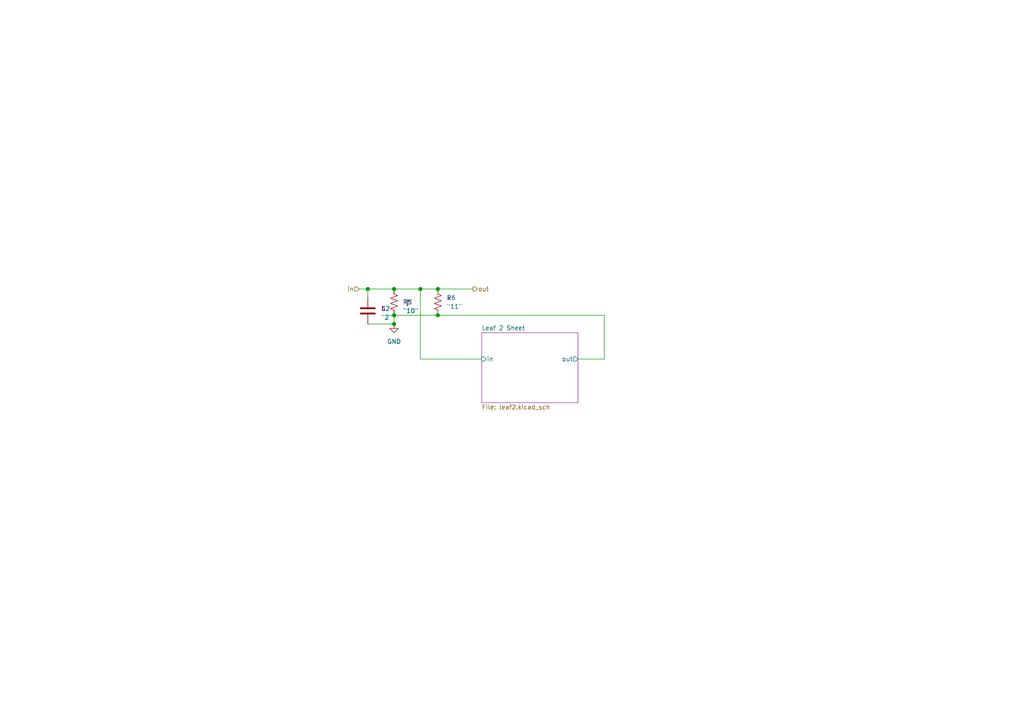
<source format=kicad_sch>
(kicad_sch (version 20210621) (generator eeschema)
  (paper "A4")
  (lib_symbols
    (symbol "Device:C" (pin_numbers hide) (pin_names (offset 0.254))
      (property "Reference" "C" (at 0.635 2.54 0))
      (property "Value" "C" (at 0.635 -2.54 0))
      (symbol "C_0_1"
        (polyline (pts (xy -2.032 -0.762) (xy 2.032 -0.762)) (stroke (width 0.508)))
        (polyline (pts (xy -2.032 0.762) (xy 2.032 0.762)) (stroke (width 0.508)))
      )
      (symbol "C_1_1"
        (pin passive line (at 0 3.81 270) (length 2.794) (name "~") (number "1"))
        (pin passive line (at 0 -3.81 90) (length 2.794) (name "~") (number "2"))
      )
    )
    (symbol "Device:R_US" (pin_numbers hide) (pin_names (offset 0))
      (property "Reference" "R" (at 2.54 0 90))
      (property "Value" "R_US" (at -2.54 0 90))
      (symbol "R_US_0_1"
        (polyline (pts (xy 0 -2.286) (xy 0 -2.54)))
        (polyline (pts (xy 0 2.286) (xy 0 2.54)))
        (polyline (pts (xy 0 -0.762) (xy 1.016 -1.143) (xy 0 -1.524) (xy -1.016 -1.905) (xy 0 -2.286)))
        (polyline (pts (xy 0 0.762) (xy 1.016 0.381) (xy 0 0) (xy -1.016 -0.381) (xy 0 -0.762)))
        (polyline (pts (xy 0 2.286) (xy 1.016 1.905) (xy 0 1.524) (xy -1.016 1.143) (xy 0 0.762)))
      )
      (symbol "R_US_1_1"
        (pin passive line (at 0 3.81 270) (length 1.27) (name "~") (number "1"))
        (pin passive line (at 0 -3.81 90) (length 1.27) (name "~") (number "2"))
      )
    )
    (symbol "power:GND" (power) (pin_names (offset 0))
      (property "Value" "GND" (at 0 -3.81 0))
      (symbol "GND_0_1"
        (polyline (pts (xy 0 0) (xy 0 -1.27) (xy 1.27 -1.27) (xy 0 -2.54) (xy -1.27 -1.27) (xy 0 -1.27)))
      )
      (symbol "GND_1_1"
        (pin power_in line (at 0 0 270) (length 0) hide (name "GND") (number "1"))
      )
    )
  )
  (junction (at 106.68 83.82) (diameter 1.016))
  (junction (at 114.3 83.82) (diameter 1.016))
  (junction (at 114.3 91.44) (diameter 1.016))
  (junction (at 114.3 93.98) (diameter 1.016))
  (junction (at 121.92 83.82) (diameter 1.016))
  (junction (at 127 83.82) (diameter 1.016))
  (junction (at 127 91.44) (diameter 1.016))
  (wire (pts (xy 104.14 83.82) (xy 106.68 83.82)))
  (wire (pts (xy 106.68 83.82) (xy 106.68 86.36)))
  (wire (pts (xy 106.68 83.82) (xy 114.3 83.82)))
  (wire (pts (xy 106.68 93.98) (xy 114.3 93.98)))
  (wire (pts (xy 114.3 83.82) (xy 121.92 83.82)))
  (wire (pts (xy 114.3 91.44) (xy 114.3 93.98)))
  (wire (pts (xy 114.3 91.44) (xy 127 91.44)))
  (wire (pts (xy 121.92 83.82) (xy 121.92 104.14)))
  (wire (pts (xy 121.92 83.82) (xy 127 83.82)))
  (wire (pts (xy 121.92 104.14) (xy 139.7 104.14)))
  (wire (pts (xy 127 83.82) (xy 137.16 83.82)))
  (wire (pts (xy 127 91.44) (xy 175.26 91.44)))
  (wire (pts (xy 167.64 104.14) (xy 175.26 104.14)))
  (wire (pts (xy 175.26 104.14) (xy 175.26 91.44)))
  (hierarchical_label "in" (shape input) (at 104.14 83.82 180))
  (hierarchical_label "out" (shape output) (at 137.16 83.82 0))
  (symbol (lib_id "power:GND") (at 114.3 93.98 0)
    (property "Reference" "#PWR04" (effects hide))
    (property "Value" "GND" (at 114.3 99.06 0))
  )
  (symbol (lib_id "Device:R_US") (at 114.3 87.63 0)
    (property "Reference" "R5" (at 116.84 87.63 0) (effects (justify left)))
    (property "Value" "\"10\"" (at 116.84 90.17 0) (effects (justify left)))
    (property "Footprint" "\"\"" (effects hide))
    (property "Datasheet" "\"~\"" (effects hide))
    (property "arbitrary" "\"3\"" (effects hide))
    (property "qwerty" "\"res\"" (effects hide))
    (property "new1" "\"j\"" (at 116.84 87.63 0) (effects (justify left)))
  )
  (symbol (lib_id "Device:R_US") (at 127 87.63 0)
    (property "Reference" "R6" (at 129.54 86.36 0) (effects (justify left)))
    (property "Value" "\"11\"" (at 129.54 88.9 0) (effects (justify left)))
    (property "Footprint" "\"\"" (effects hide))
    (property "Datasheet" "\"~\"" (effects hide))
    (property "arbitrary" "\"4\"" (effects hide))
    (property "qwerty" "\"res\"" (effects hide))
    (property "new1" "k" (at 129.54 86.36 0) (effects (justify left)))
  )
  (symbol (lib_id "Device:C") (at 106.68 90.17 0)
    (property "Reference" "C2" (at 110.49 89.5349 0) (effects (justify left)))
    (property "Value" "\"2\"" (at 110.49 92.0749 0) (effects (justify left)))
    (property "Footprint" "\"\"" (effects hide))
    (property "Datasheet" "\"~\"" (effects hide))
    (property "qwerty" "\"cap\"" (effects hide))
    (property "new1" "b" (at 110.49 89.5349 0) (effects (justify left)))
  )
  (sheet (at 139.7 96.52) (size 27.94 20.32) (stroke (width 0.0006) (color 132 0 132 1)) (fill (color 255 255 255 0.0000))
    (property "Sheet name" "Leaf 2 Sheet" (at 139.7 95.8843 0) (effects (justify left bottom)))
    (property "Sheet file" "leaf2.kicad_sch" (at 139.7 117.3487 0) (effects (justify left top)))
    (pin "in" input (at 139.7 104.14 180))
    (pin "out" output (at 167.64 104.14 0))
  )
)
</source>
